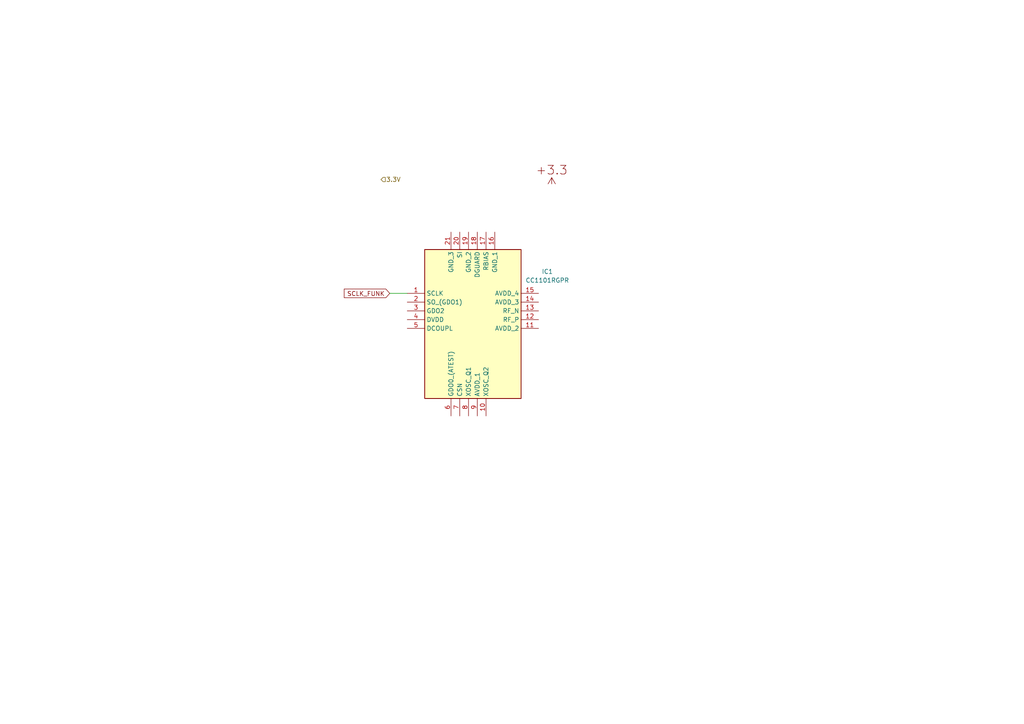
<source format=kicad_sch>
(kicad_sch (version 20231120) (generator "eeschema") (generator_version "8.0")
  (paper "A4")
  (lib_symbols
    (symbol "PCM_Generic:P,+3.3" (power) (pin_numbers hide) (pin_names (offset 1.27) hide)
      (symbol "P,+3.3_1_1"
        (polyline (pts (xy 0 0) (xy 0 1.8288)))
        (polyline (pts (xy -1.0668 0) (xy 0 1.8288) (xy 1.0668 0)))
        (text "+3.3" (at 0 2.54 0) (effects (font (size 2.54 2.54)) (justify bottom)))
        (pin power_in line (at 0 0 0) (length 0) hide (name "+3.3") (number "0"))
      )
    )
    (symbol "SamacSys_Parts:CC1101RGPR"
      (property "Reference" "IC" (at 34.29 17.78 0))
      (property "Value" "CC1101RGPR" (at 34.29 15.24 0))
      (symbol "CC1101RGPR_1_1"
        (rectangle (start 5.08 12.7) (end 33.02 -30.48) (stroke (width 0.254)) (fill (type background)))
        (pin passive line (at 0 0 0) (length 5.08) (name "SCLK") (number "1"))
        (pin passive line (at 22.86 -35.56 90) (length 5.08) (name "XOSC_Q2") (number "10"))
        (pin passive line (at 38.1 -10.16 180) (length 5.08) (name "AVDD_2") (number "11"))
        (pin passive line (at 38.1 -7.62 180) (length 5.08) (name "RF_P") (number "12"))
        (pin passive line (at 38.1 -5.08 180) (length 5.08) (name "RF_N") (number "13"))
        (pin passive line (at 38.1 -2.54 180) (length 5.08) (name "AVDD_3") (number "14"))
        (pin passive line (at 38.1 0 180) (length 5.08) (name "AVDD_4") (number "15"))
        (pin passive line (at 25.4 17.78 270) (length 5.08) (name "GND_1") (number "16"))
        (pin passive line (at 22.86 17.78 270) (length 5.08) (name "RBIAS") (number "17"))
        (pin passive line (at 20.32 17.78 270) (length 5.08) (name "DGUARD") (number "18"))
        (pin passive line (at 17.78 17.78 270) (length 5.08) (name "GND_2") (number "19"))
        (pin passive line (at 0 -2.54 0) (length 5.08) (name "SO_(GDO1)") (number "2"))
        (pin passive line (at 15.24 17.78 270) (length 5.08) (name "SI") (number "20"))
        (pin passive line (at 12.7 17.78 270) (length 5.08) (name "GND_3") (number "21"))
        (pin passive line (at 0 -5.08 0) (length 5.08) (name "GDO2") (number "3"))
        (pin passive line (at 0 -7.62 0) (length 5.08) (name "DVDD") (number "4"))
        (pin passive line (at 0 -10.16 0) (length 5.08) (name "DCOUPL") (number "5"))
        (pin passive line (at 12.7 -35.56 90) (length 5.08) (name "GDO0_(ATEST)") (number "6"))
        (pin passive line (at 15.24 -35.56 90) (length 5.08) (name "CSN") (number "7"))
        (pin passive line (at 17.78 -35.56 90) (length 5.08) (name "XOSC_Q1") (number "8"))
        (pin passive line (at 20.32 -35.56 90) (length 5.08) (name "AVDD_1") (number "9"))
      )
    )
  )
  (wire (pts (xy 113.03 85.09) (xy 118.11 85.09)))
  (global_label "SCLK_FUNK" (shape input) (at 113.03 85.09 180) (property "Intersheetrefs" "${INTERSHEET_REFS}" (effects (hide yes))))
  (hierarchical_label "3.3V" (shape input) (at 110.49 52.07 0))
  (symbol (lib_id "PCM_Generic:P,+3.3") (at 160.02 53.34 0) (unit 1)
    (property "Reference" "#PWR01" (effects (hide yes)))
    (property "Value" "P,+3.3" (effects (hide yes)))
    (property "Description" "+3.3 positive potential/voltage (global DC power supply node)" (effects (hide yes)))
  )
  (symbol (lib_id "SamacSys_Parts:CC1101RGPR") (at 118.11 85.09 0) (unit 1)
    (property "Reference" "IC1" (at 158.75 78.7714 0))
    (property "Value" "CC1101RGPR" (at 158.75 81.3114 0))
    (property "Footprint" "QFN50P400X400X100-21N-D" (effects (hide yes)))
    (property "Datasheet" "http://www.ti.com/lit/gpn/cc1101" (effects (hide yes)))
    (property "Description" "Low-Power Sub-1GHz RF Transceiver" (effects (hide yes)))
    (property "Height" "1" (effects (hide yes)))
    (property "Mouser Part Number" "595-CC1101RGPR" (effects (hide yes)))
    (property "Mouser Price/Stock" "https://www.mouser.co.uk/ProductDetail/Texas-Instruments/CC1101RGPR?qs=OHhYoCux73lreNWI41kZ9Q%3D%3D" (effects (hide yes)))
    (property "Manufacturer_Name" "Texas Instruments" (effects (hide yes)))
    (property "Manufacturer_Part_Number" "CC1101RGPR" (effects (hide yes)))
  )
)
</source>
